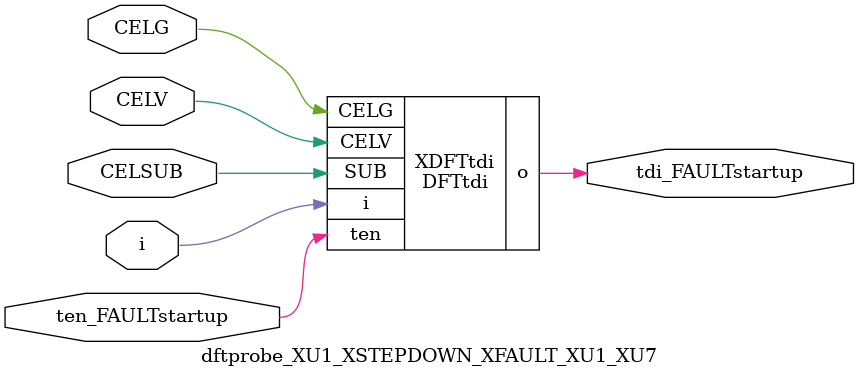
<source format=v>


module DFTtdi ( o, CELV, SUB, i, ten, CELG );

  input CELV;
  input ten;
  input i;
  output o;
  input CELG;
  input SUB;
endmodule


module dftprobe_XU1_XSTEPDOWN_XFAULT_XU1_XU7 (i,tdi_FAULTstartup,ten_FAULTstartup,CELG,CELSUB,CELV);
input  i;
output  tdi_FAULTstartup;
input  ten_FAULTstartup;
input  CELG;
input  CELSUB;
input  CELV;

DFTtdi XDFTtdi(
  .i (i),
  .o (tdi_FAULTstartup),
  .ten (ten_FAULTstartup),
  .CELG (CELG),
  .SUB (CELSUB),
  .CELV (CELV)
);

endmodule


</source>
